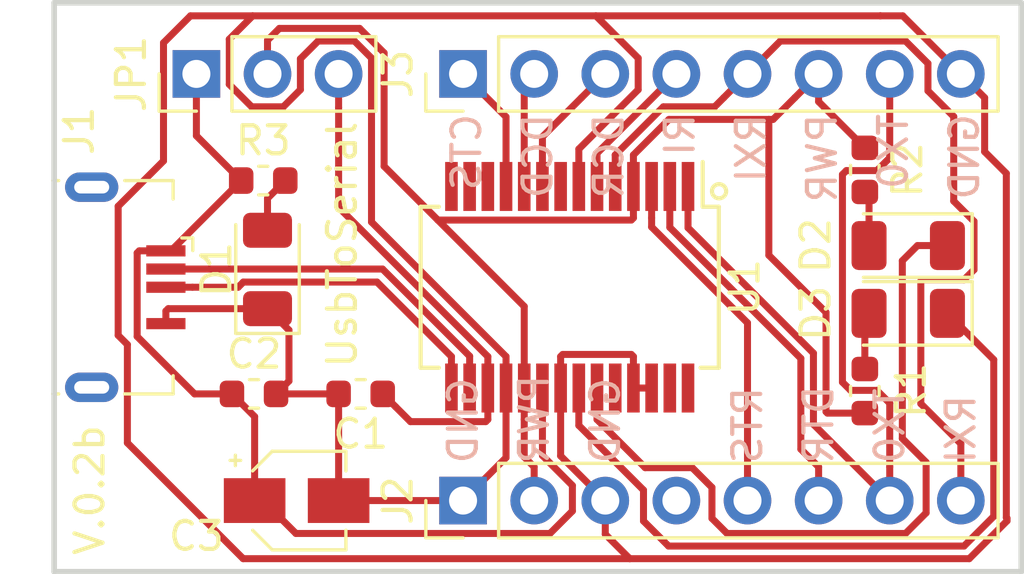
<source format=kicad_pcb>
(kicad_pcb (version 20171130) (host pcbnew "(5.0.1)-3")

  (general
    (thickness 1.6)
    (drawings 39)
    (tracks 202)
    (zones 0)
    (modules 14)
    (nets 27)
  )

  (page A4)
  (layers
    (0 F.Cu signal)
    (31 B.Cu signal)
    (32 B.Adhes user)
    (33 F.Adhes user)
    (34 B.Paste user)
    (35 F.Paste user)
    (36 B.SilkS user)
    (37 F.SilkS user)
    (38 B.Mask user)
    (39 F.Mask user)
    (40 Dwgs.User user)
    (41 Cmts.User user)
    (42 Eco1.User user hide)
    (43 Eco2.User user hide)
    (44 Edge.Cuts user)
    (45 Margin user)
    (46 B.CrtYd user)
    (47 F.CrtYd user)
    (48 B.Fab user hide)
    (49 F.Fab user hide)
  )

  (setup
    (last_trace_width 0.25)
    (trace_clearance 0.2)
    (zone_clearance 0.508)
    (zone_45_only no)
    (trace_min 0.2)
    (segment_width 0.2)
    (edge_width 0.15)
    (via_size 0.8)
    (via_drill 0.4)
    (via_min_size 0.4)
    (via_min_drill 0.3)
    (uvia_size 0.3)
    (uvia_drill 0.1)
    (uvias_allowed no)
    (uvia_min_size 0.2)
    (uvia_min_drill 0.1)
    (pcb_text_width 0.3)
    (pcb_text_size 1.5 1.5)
    (mod_edge_width 0.15)
    (mod_text_size 1 1)
    (mod_text_width 0.15)
    (pad_size 1.75 1.9)
    (pad_drill 0)
    (pad_to_mask_clearance 0.051)
    (solder_mask_min_width 0.25)
    (aux_axis_origin 0 0)
    (visible_elements 7FFFFFFF)
    (pcbplotparams
      (layerselection 0x010fc_ffffffff)
      (usegerberextensions false)
      (usegerberattributes false)
      (usegerberadvancedattributes false)
      (creategerberjobfile false)
      (excludeedgelayer true)
      (linewidth 0.100000)
      (plotframeref false)
      (viasonmask false)
      (mode 1)
      (useauxorigin false)
      (hpglpennumber 1)
      (hpglpenspeed 20)
      (hpglpendiameter 15.000000)
      (psnegative false)
      (psa4output false)
      (plotreference true)
      (plotvalue true)
      (plotinvisibletext false)
      (padsonsilk false)
      (subtractmaskfromsilk false)
      (outputformat 1)
      (mirror false)
      (drillshape 0)
      (scaleselection 1)
      (outputdirectory "Gerber/"))
  )

  (net 0 "")
  (net 1 +5V)
  (net 2 GNDREF)
  (net 3 "Net-(D2-Pad2)")
  (net 4 "Net-(D2-Pad1)")
  (net 5 "Net-(D3-Pad1)")
  (net 6 "Net-(D3-Pad2)")
  (net 7 "Net-(J1-Pad6)")
  (net 8 "Net-(J1-Pad2)")
  (net 9 "Net-(J1-Pad3)")
  (net 10 "Net-(U1-Pad12)")
  (net 11 "Net-(U1-Pad13)")
  (net 12 "Net-(U1-Pad14)")
  (net 13 "Net-(U1-Pad27)")
  (net 14 "Net-(U1-Pad28)")
  (net 15 "Net-(D1-Pad2)")
  (net 16 CTS)
  (net 17 PWR)
  (net 18 RXI)
  (net 19 DTR)
  (net 20 +3V3)
  (net 21 TX0)
  (net 22 RTS)
  (net 23 RI)
  (net 24 DCR)
  (net 25 DCD)
  (net 26 "Net-(J2-Pad4)")

  (net_class Default "This is the default net class."
    (clearance 0.2)
    (trace_width 0.25)
    (via_dia 0.8)
    (via_drill 0.4)
    (uvia_dia 0.3)
    (uvia_drill 0.1)
    (add_net +3V3)
    (add_net +5V)
    (add_net CTS)
    (add_net DCD)
    (add_net DCR)
    (add_net DTR)
    (add_net GNDREF)
    (add_net "Net-(D1-Pad2)")
    (add_net "Net-(D2-Pad1)")
    (add_net "Net-(D2-Pad2)")
    (add_net "Net-(D3-Pad1)")
    (add_net "Net-(D3-Pad2)")
    (add_net "Net-(J1-Pad2)")
    (add_net "Net-(J1-Pad3)")
    (add_net "Net-(J1-Pad6)")
    (add_net "Net-(J2-Pad4)")
    (add_net "Net-(U1-Pad12)")
    (add_net "Net-(U1-Pad13)")
    (add_net "Net-(U1-Pad14)")
    (add_net "Net-(U1-Pad27)")
    (add_net "Net-(U1-Pad28)")
    (add_net PWR)
    (add_net RI)
    (add_net RTS)
    (add_net RXI)
    (add_net TX0)
  )

  (module Connector_USB:USB_Micro-B_GCT_USB3076-30-A (layer F.Cu) (tedit 5D26EAAA) (tstamp 5D26F2D8)
    (at 80.645 80.01 270)
    (descr "GCT Micro USB https://gct.co/files/drawings/usb3076.pdf")
    (tags "Micro-USB SMD Typ-B GCT")
    (path /5D1BC55B)
    (attr smd)
    (fp_text reference J1 (at -5.588 1.651 270) (layer F.SilkS)
      (effects (font (size 1 1) (thickness 0.15)))
    )
    (fp_text value USB_B_Micro (at 0 5.2 270) (layer F.Fab)
      (effects (font (size 1 1) (thickness 0.15)))
    )
    (fp_line (start -4.6 4.45) (end 4.6 4.45) (layer F.CrtYd) (width 0.05))
    (fp_line (start 4.6 -2.65) (end 4.6 4.45) (layer F.CrtYd) (width 0.05))
    (fp_line (start -4.6 -2.65) (end 4.6 -2.65) (layer F.CrtYd) (width 0.05))
    (fp_line (start -4.6 4.45) (end -4.6 -2.65) (layer F.CrtYd) (width 0.05))
    (fp_text user "PCB Edge" (at 0 2.65 270) (layer Dwgs.User)
      (effects (font (size 0.5 0.5) (thickness 0.08)))
    )
    (fp_line (start -3.81 -1.71) (end -3.15 -1.71) (layer F.SilkS) (width 0.12))
    (fp_line (start -3.81 0.02) (end -3.81 -1.71) (layer F.SilkS) (width 0.12))
    (fp_line (start 3.81 2.59) (end 3.81 2.38) (layer F.SilkS) (width 0.12))
    (fp_line (start 3.7 3.95) (end 3.7 -1.6) (layer F.Fab) (width 0.1))
    (fp_line (start -3 2.65) (end 3 2.65) (layer F.Fab) (width 0.1))
    (fp_line (start -3.7 3.95) (end 3.7 3.95) (layer F.Fab) (width 0.1))
    (fp_line (start -3.7 -1.6) (end 3.7 -1.6) (layer F.Fab) (width 0.1))
    (fp_line (start -3.7 3.95) (end -3.7 -1.6) (layer F.Fab) (width 0.1))
    (fp_line (start -3.81 2.59) (end -3.81 2.38) (layer F.SilkS) (width 0.12))
    (fp_line (start 3.81 0.02) (end 3.81 -1.71) (layer F.SilkS) (width 0.12))
    (fp_line (start 3.81 -1.71) (end 3.16 -1.71) (layer F.SilkS) (width 0.12))
    (fp_text user %R (at 0 0.85 270) (layer F.Fab)
      (effects (font (size 1 1) (thickness 0.15)))
    )
    (fp_line (start -1.76 -2.41) (end -1.31 -2.41) (layer F.SilkS) (width 0.12))
    (fp_line (start -1.76 -2.41) (end -1.76 -2.02) (layer F.SilkS) (width 0.12))
    (fp_line (start -1.3 -1.75) (end -1.5 -1.95) (layer F.Fab) (width 0.1))
    (fp_line (start -1.1 -1.95) (end -1.3 -1.75) (layer F.Fab) (width 0.1))
    (fp_line (start -1.5 -2.16) (end -1.1 -2.16) (layer F.Fab) (width 0.1))
    (fp_line (start -1.5 -2.16) (end -1.5 -1.95) (layer F.Fab) (width 0.1))
    (fp_line (start -1.1 -2.16) (end -1.1 -1.95) (layer F.Fab) (width 0.1))
    (pad 2 smd rect (at -0.65 -1.45 270) (size 0.4 1.4) (layers F.Cu F.Paste F.Mask)
      (net 8 "Net-(J1-Pad2)"))
    (pad 1 smd rect (at -1.3 -1.45 270) (size 0.4 1.4) (layers F.Cu F.Paste F.Mask)
      (net 1 +5V))
    (pad 5 smd rect (at 1.3 -1.45 270) (size 0.4 1.4) (layers F.Cu F.Paste F.Mask)
      (net 2 GNDREF))
    (pad 3 smd rect (at 0 -1.45 270) (size 0.4 1.4) (layers F.Cu F.Paste F.Mask)
      (net 9 "Net-(J1-Pad3)"))
    (pad 6 thru_hole oval (at -3.575 1.2 90) (size 1.05 1.9) (drill oval 0.45 1.25) (layers *.Cu *.Mask)
      (net 7 "Net-(J1-Pad6)"))
    (pad 6 thru_hole oval (at 3.575 1.2 270) (size 1.05 1.9) (drill oval 0.45 1.25) (layers *.Cu *.Mask)
      (net 7 "Net-(J1-Pad6)"))
    (model ${KISYS3DMOD}/Connector_USB.3dshapes/USB_Micro-B_GCT_USB3076-30-A.wrl
      (at (xyz 0 0 0))
      (scale (xyz 1 1 1))
      (rotate (xyz 0 0 0))
    )
  )

  (module Capacitor_SMD:C_0603_1608Metric (layer F.Cu) (tedit 5B301BBE) (tstamp 5D26F243)
    (at 89.0525 83.82 180)
    (descr "Capacitor SMD 0603 (1608 Metric), square (rectangular) end terminal, IPC_7351 nominal, (Body size source: http://www.tortai-tech.com/upload/download/2011102023233369053.pdf), generated with kicad-footprint-generator")
    (tags capacitor)
    (path /5D1BD4CB)
    (attr smd)
    (fp_text reference C1 (at 0 -1.43 180) (layer F.SilkS)
      (effects (font (size 1 1) (thickness 0.15)))
    )
    (fp_text value 100nf (at 0 1.43 180) (layer F.Fab)
      (effects (font (size 1 1) (thickness 0.15)))
    )
    (fp_text user %R (at 0 0 180) (layer F.Fab)
      (effects (font (size 0.4 0.4) (thickness 0.06)))
    )
    (fp_line (start 1.48 0.73) (end -1.48 0.73) (layer F.CrtYd) (width 0.05))
    (fp_line (start 1.48 -0.73) (end 1.48 0.73) (layer F.CrtYd) (width 0.05))
    (fp_line (start -1.48 -0.73) (end 1.48 -0.73) (layer F.CrtYd) (width 0.05))
    (fp_line (start -1.48 0.73) (end -1.48 -0.73) (layer F.CrtYd) (width 0.05))
    (fp_line (start -0.162779 0.51) (end 0.162779 0.51) (layer F.SilkS) (width 0.12))
    (fp_line (start -0.162779 -0.51) (end 0.162779 -0.51) (layer F.SilkS) (width 0.12))
    (fp_line (start 0.8 0.4) (end -0.8 0.4) (layer F.Fab) (width 0.1))
    (fp_line (start 0.8 -0.4) (end 0.8 0.4) (layer F.Fab) (width 0.1))
    (fp_line (start -0.8 -0.4) (end 0.8 -0.4) (layer F.Fab) (width 0.1))
    (fp_line (start -0.8 0.4) (end -0.8 -0.4) (layer F.Fab) (width 0.1))
    (pad 2 smd roundrect (at 0.7875 0 180) (size 0.875 0.95) (layers F.Cu F.Paste F.Mask) (roundrect_rratio 0.25)
      (net 2 GNDREF))
    (pad 1 smd roundrect (at -0.7875 0 180) (size 0.875 0.95) (layers F.Cu F.Paste F.Mask) (roundrect_rratio 0.25)
      (net 20 +3V3))
    (model ${KISYS3DMOD}/Capacitor_SMD.3dshapes/C_0603_1608Metric.wrl
      (at (xyz 0 0 0))
      (scale (xyz 1 1 1))
      (rotate (xyz 0 0 0))
    )
  )

  (module Capacitor_SMD:C_0603_1608Metric (layer F.Cu) (tedit 5B301BBE) (tstamp 5D26F254)
    (at 85.2425 83.82)
    (descr "Capacitor SMD 0603 (1608 Metric), square (rectangular) end terminal, IPC_7351 nominal, (Body size source: http://www.tortai-tech.com/upload/download/2011102023233369053.pdf), generated with kicad-footprint-generator")
    (tags capacitor)
    (path /5D218603)
    (attr smd)
    (fp_text reference C2 (at 0 -1.43) (layer F.SilkS)
      (effects (font (size 1 1) (thickness 0.15)))
    )
    (fp_text value 100nF (at 0 1.43) (layer F.Fab)
      (effects (font (size 1 1) (thickness 0.15)))
    )
    (fp_line (start -0.8 0.4) (end -0.8 -0.4) (layer F.Fab) (width 0.1))
    (fp_line (start -0.8 -0.4) (end 0.8 -0.4) (layer F.Fab) (width 0.1))
    (fp_line (start 0.8 -0.4) (end 0.8 0.4) (layer F.Fab) (width 0.1))
    (fp_line (start 0.8 0.4) (end -0.8 0.4) (layer F.Fab) (width 0.1))
    (fp_line (start -0.162779 -0.51) (end 0.162779 -0.51) (layer F.SilkS) (width 0.12))
    (fp_line (start -0.162779 0.51) (end 0.162779 0.51) (layer F.SilkS) (width 0.12))
    (fp_line (start -1.48 0.73) (end -1.48 -0.73) (layer F.CrtYd) (width 0.05))
    (fp_line (start -1.48 -0.73) (end 1.48 -0.73) (layer F.CrtYd) (width 0.05))
    (fp_line (start 1.48 -0.73) (end 1.48 0.73) (layer F.CrtYd) (width 0.05))
    (fp_line (start 1.48 0.73) (end -1.48 0.73) (layer F.CrtYd) (width 0.05))
    (fp_text user %R (at 0 0) (layer F.Fab)
      (effects (font (size 0.4 0.4) (thickness 0.06)))
    )
    (pad 1 smd roundrect (at -0.7875 0) (size 0.875 0.95) (layers F.Cu F.Paste F.Mask) (roundrect_rratio 0.25)
      (net 1 +5V))
    (pad 2 smd roundrect (at 0.7875 0) (size 0.875 0.95) (layers F.Cu F.Paste F.Mask) (roundrect_rratio 0.25)
      (net 2 GNDREF))
    (model ${KISYS3DMOD}/Capacitor_SMD.3dshapes/C_0603_1608Metric.wrl
      (at (xyz 0 0 0))
      (scale (xyz 1 1 1))
      (rotate (xyz 0 0 0))
    )
  )

  (module Capacitor_SMD:CP_Elec_3x5.3 (layer F.Cu) (tedit 5D2CF0FF) (tstamp 5D26F278)
    (at 86.765 87.63)
    (descr "SMT capacitor, aluminium electrolytic, 3x5.3, Cornell Dubilier Electronics ")
    (tags "Capacitor Electrolytic")
    (path /5D21513F)
    (attr smd)
    (fp_text reference C3 (at -3.58 1.27) (layer F.SilkS)
      (effects (font (size 1 1) (thickness 0.15)))
    )
    (fp_text value 10uF (at 0 2.7) (layer F.Fab)
      (effects (font (size 1 1) (thickness 0.15)))
    )
    (fp_circle (center 0 0) (end 1.5 0) (layer F.Fab) (width 0.1))
    (fp_line (start 1.65 -1.65) (end 1.65 1.65) (layer F.Fab) (width 0.1))
    (fp_line (start -0.825 -1.65) (end 1.65 -1.65) (layer F.Fab) (width 0.1))
    (fp_line (start -0.825 1.65) (end 1.65 1.65) (layer F.Fab) (width 0.1))
    (fp_line (start -1.65 -0.825) (end -1.65 0.825) (layer F.Fab) (width 0.1))
    (fp_line (start -1.65 -0.825) (end -0.825 -1.65) (layer F.Fab) (width 0.1))
    (fp_line (start -1.65 0.825) (end -0.825 1.65) (layer F.Fab) (width 0.1))
    (fp_line (start -1.110469 -0.8) (end -0.810469 -0.8) (layer F.Fab) (width 0.1))
    (fp_line (start -0.960469 -0.95) (end -0.960469 -0.65) (layer F.Fab) (width 0.1))
    (fp_line (start 1.76 1.76) (end 1.76 1.06) (layer F.SilkS) (width 0.12))
    (fp_line (start 1.76 -1.76) (end 1.76 -1.06) (layer F.SilkS) (width 0.12))
    (fp_line (start -0.870563 -1.76) (end 1.76 -1.76) (layer F.SilkS) (width 0.12))
    (fp_line (start -0.870563 1.76) (end 1.76 1.76) (layer F.SilkS) (width 0.12))
    (fp_line (start -1.570563 -1.06) (end -0.870563 -1.76) (layer F.SilkS) (width 0.12))
    (fp_line (start -1.570563 1.06) (end -0.870563 1.76) (layer F.SilkS) (width 0.12))
    (fp_line (start -2.375 -1.435) (end -2 -1.435) (layer F.SilkS) (width 0.12))
    (fp_line (start -2.1875 -1.6225) (end -2.1875 -1.2475) (layer F.SilkS) (width 0.12))
    (fp_line (start 1.9 -1.9) (end 1.9 -1.05) (layer F.CrtYd) (width 0.05))
    (fp_line (start 1.9 -1.05) (end 2.85 -1.05) (layer F.CrtYd) (width 0.05))
    (fp_line (start 2.85 -1.05) (end 2.85 1.05) (layer F.CrtYd) (width 0.05))
    (fp_line (start 2.85 1.05) (end 1.9 1.05) (layer F.CrtYd) (width 0.05))
    (fp_line (start 1.9 1.05) (end 1.9 1.9) (layer F.CrtYd) (width 0.05))
    (fp_line (start -0.93 1.9) (end 1.9 1.9) (layer F.CrtYd) (width 0.05))
    (fp_line (start -0.93 -1.9) (end 1.9 -1.9) (layer F.CrtYd) (width 0.05))
    (fp_line (start -1.78 1.05) (end -0.93 1.9) (layer F.CrtYd) (width 0.05))
    (fp_line (start -1.78 -1.05) (end -0.93 -1.9) (layer F.CrtYd) (width 0.05))
    (fp_line (start -1.78 -1.05) (end -2.85 -1.05) (layer F.CrtYd) (width 0.05))
    (fp_line (start -2.85 -1.05) (end -2.85 1.05) (layer F.CrtYd) (width 0.05))
    (fp_line (start -2.85 1.05) (end -1.78 1.05) (layer F.CrtYd) (width 0.05))
    (fp_text user %R (at 0 0) (layer F.Fab)
      (effects (font (size 0.6 0.6) (thickness 0.09)))
    )
    (pad 1 smd rect (at -1.5 0) (size 2.2 1.6) (layers F.Cu F.Paste F.Mask)
      (net 1 +5V))
    (pad 2 smd rect (at 1.5 0) (size 2.2 1.6) (layers F.Cu F.Paste F.Mask)
      (net 2 GNDREF))
    (model ${KISYS3DMOD}/Capacitor_SMD.3dshapes/CP_Elec_3x5.3.wrl
      (at (xyz 0 0 0))
      (scale (xyz 1 1 1))
      (rotate (xyz 0 0 0))
    )
  )

  (module LED_SMD:LED_1206_3216Metric (layer F.Cu) (tedit 5D28FE30) (tstamp 5D26F28B)
    (at 85.725 79.375 90)
    (descr "LED SMD 1206 (3216 Metric), square (rectangular) end terminal, IPC_7351 nominal, (Body size source: http://www.tortai-tech.com/upload/download/2011102023233369053.pdf), generated with kicad-footprint-generator")
    (tags diode)
    (path /5D1BE218)
    (attr smd)
    (fp_text reference D1 (at 0 -1.82 90) (layer F.SilkS)
      (effects (font (size 1 1) (thickness 0.15)))
    )
    (fp_text value PWR_LED (at 0 1.82 90) (layer F.Fab)
      (effects (font (size 1 1) (thickness 0.15)))
    )
    (fp_line (start 1.6 -0.8) (end -1.2 -0.8) (layer F.Fab) (width 0.1))
    (fp_line (start -1.2 -0.8) (end -1.6 -0.4) (layer F.Fab) (width 0.1))
    (fp_line (start -1.6 -0.4) (end -1.6 0.8) (layer F.Fab) (width 0.1))
    (fp_line (start -1.6 0.8) (end 1.6 0.8) (layer F.Fab) (width 0.1))
    (fp_line (start 1.6 0.8) (end 1.6 -0.8) (layer F.Fab) (width 0.1))
    (fp_line (start 1.6 -1.135) (end -2.285 -1.135) (layer F.SilkS) (width 0.12))
    (fp_line (start -2.285 -1.135) (end -2.285 1.135) (layer F.SilkS) (width 0.12))
    (fp_line (start -2.285 1.135) (end 1.6 1.135) (layer F.SilkS) (width 0.12))
    (fp_line (start -2.28 1.12) (end -2.28 -1.12) (layer F.CrtYd) (width 0.05))
    (fp_line (start -2.28 -1.12) (end 2.28 -1.12) (layer F.CrtYd) (width 0.05))
    (fp_line (start 2.28 -1.12) (end 2.28 1.12) (layer F.CrtYd) (width 0.05))
    (fp_line (start 2.28 1.12) (end -2.28 1.12) (layer F.CrtYd) (width 0.05))
    (fp_text user %R (at 0 0 90) (layer F.Fab)
      (effects (font (size 0.8 0.8) (thickness 0.12)))
    )
    (pad 1 smd roundrect (at -1.4 0 90) (size 1.25 1.75) (layers F.Cu F.Paste F.Mask) (roundrect_rratio 0.2)
      (net 2 GNDREF))
    (pad 2 smd roundrect (at 1.4 0 90) (size 1.25 1.75) (layers F.Cu F.Paste F.Mask) (roundrect_rratio 0.2)
      (net 15 "Net-(D1-Pad2)"))
    (model ${KISYS3DMOD}/LED_SMD.3dshapes/LED_1206_3216Metric.wrl
      (at (xyz 0 0 0))
      (scale (xyz 1 1 1))
      (rotate (xyz 0 0 0))
    )
  )

  (module LED_SMD:LED_1206_3216Metric (layer F.Cu) (tedit 5B301BBE) (tstamp 5D26F29E)
    (at 108.611 78.520993 180)
    (descr "LED SMD 1206 (3216 Metric), square (rectangular) end terminal, IPC_7351 nominal, (Body size source: http://www.tortai-tech.com/upload/download/2011102023233369053.pdf), generated with kicad-footprint-generator")
    (tags diode)
    (path /5D1CD1E4)
    (attr smd)
    (fp_text reference D2 (at 3.305 0 270) (layer F.SilkS)
      (effects (font (size 1 1) (thickness 0.15)))
    )
    (fp_text value TX_LED (at 0 1.82 180) (layer F.Fab)
      (effects (font (size 1 1) (thickness 0.15)))
    )
    (fp_text user %R (at 0 0 180) (layer F.Fab)
      (effects (font (size 0.8 0.8) (thickness 0.12)))
    )
    (fp_line (start 2.28 1.12) (end -2.28 1.12) (layer F.CrtYd) (width 0.05))
    (fp_line (start 2.28 -1.12) (end 2.28 1.12) (layer F.CrtYd) (width 0.05))
    (fp_line (start -2.28 -1.12) (end 2.28 -1.12) (layer F.CrtYd) (width 0.05))
    (fp_line (start -2.28 1.12) (end -2.28 -1.12) (layer F.CrtYd) (width 0.05))
    (fp_line (start -2.285 1.135) (end 1.6 1.135) (layer F.SilkS) (width 0.12))
    (fp_line (start -2.285 -1.135) (end -2.285 1.135) (layer F.SilkS) (width 0.12))
    (fp_line (start 1.6 -1.135) (end -2.285 -1.135) (layer F.SilkS) (width 0.12))
    (fp_line (start 1.6 0.8) (end 1.6 -0.8) (layer F.Fab) (width 0.1))
    (fp_line (start -1.6 0.8) (end 1.6 0.8) (layer F.Fab) (width 0.1))
    (fp_line (start -1.6 -0.4) (end -1.6 0.8) (layer F.Fab) (width 0.1))
    (fp_line (start -1.2 -0.8) (end -1.6 -0.4) (layer F.Fab) (width 0.1))
    (fp_line (start 1.6 -0.8) (end -1.2 -0.8) (layer F.Fab) (width 0.1))
    (pad 2 smd roundrect (at 1.4 0 180) (size 1.25 1.75) (layers F.Cu F.Paste F.Mask) (roundrect_rratio 0.2)
      (net 3 "Net-(D2-Pad2)"))
    (pad 1 smd roundrect (at -1.4 0 180) (size 1.25 1.75) (layers F.Cu F.Paste F.Mask) (roundrect_rratio 0.2)
      (net 4 "Net-(D2-Pad1)"))
    (model ${KISYS3DMOD}/LED_SMD.3dshapes/LED_1206_3216Metric.wrl
      (at (xyz 0 0 0))
      (scale (xyz 1 1 1))
      (rotate (xyz 0 0 0))
    )
  )

  (module LED_SMD:LED_1206_3216Metric (layer F.Cu) (tedit 5B301BBE) (tstamp 5D26F2B1)
    (at 108.611 80.943486 180)
    (descr "LED SMD 1206 (3216 Metric), square (rectangular) end terminal, IPC_7351 nominal, (Body size source: http://www.tortai-tech.com/upload/download/2011102023233369053.pdf), generated with kicad-footprint-generator")
    (tags diode)
    (path /5D1CD2B1)
    (attr smd)
    (fp_text reference D3 (at 3.305 0 270) (layer F.SilkS)
      (effects (font (size 1 1) (thickness 0.15)))
    )
    (fp_text value RX_LED (at 0 1.82 180) (layer F.Fab)
      (effects (font (size 1 1) (thickness 0.15)))
    )
    (fp_line (start 1.6 -0.8) (end -1.2 -0.8) (layer F.Fab) (width 0.1))
    (fp_line (start -1.2 -0.8) (end -1.6 -0.4) (layer F.Fab) (width 0.1))
    (fp_line (start -1.6 -0.4) (end -1.6 0.8) (layer F.Fab) (width 0.1))
    (fp_line (start -1.6 0.8) (end 1.6 0.8) (layer F.Fab) (width 0.1))
    (fp_line (start 1.6 0.8) (end 1.6 -0.8) (layer F.Fab) (width 0.1))
    (fp_line (start 1.6 -1.135) (end -2.285 -1.135) (layer F.SilkS) (width 0.12))
    (fp_line (start -2.285 -1.135) (end -2.285 1.135) (layer F.SilkS) (width 0.12))
    (fp_line (start -2.285 1.135) (end 1.6 1.135) (layer F.SilkS) (width 0.12))
    (fp_line (start -2.28 1.12) (end -2.28 -1.12) (layer F.CrtYd) (width 0.05))
    (fp_line (start -2.28 -1.12) (end 2.28 -1.12) (layer F.CrtYd) (width 0.05))
    (fp_line (start 2.28 -1.12) (end 2.28 1.12) (layer F.CrtYd) (width 0.05))
    (fp_line (start 2.28 1.12) (end -2.28 1.12) (layer F.CrtYd) (width 0.05))
    (fp_text user %R (at 0 0 180) (layer F.Fab)
      (effects (font (size 0.8 0.8) (thickness 0.12)))
    )
    (pad 1 smd roundrect (at -1.4 0 180) (size 1.25 1.75) (layers F.Cu F.Paste F.Mask) (roundrect_rratio 0.2)
      (net 5 "Net-(D3-Pad1)"))
    (pad 2 smd roundrect (at 1.4 0 180) (size 1.25 1.75) (layers F.Cu F.Paste F.Mask) (roundrect_rratio 0.2)
      (net 6 "Net-(D3-Pad2)"))
    (model ${KISYS3DMOD}/LED_SMD.3dshapes/LED_1206_3216Metric.wrl
      (at (xyz 0 0 0))
      (scale (xyz 1 1 1))
      (rotate (xyz 0 0 0))
    )
  )

  (module Connector_PinHeader_2.54mm:PinHeader_1x03_P2.54mm_Vertical (layer F.Cu) (tedit 59FED5CC) (tstamp 5D26F321)
    (at 83.185 72.39 90)
    (descr "Through hole straight pin header, 1x03, 2.54mm pitch, single row")
    (tags "Through hole pin header THT 1x03 2.54mm single row")
    (path /5D1BFD16)
    (fp_text reference JP1 (at 0 -2.33 90) (layer F.SilkS)
      (effects (font (size 1 1) (thickness 0.15)))
    )
    (fp_text value PowerSelect (at -2.54 2.54 180) (layer F.Fab)
      (effects (font (size 1 1) (thickness 0.15)))
    )
    (fp_line (start -0.635 -1.27) (end 1.27 -1.27) (layer F.Fab) (width 0.1))
    (fp_line (start 1.27 -1.27) (end 1.27 6.35) (layer F.Fab) (width 0.1))
    (fp_line (start 1.27 6.35) (end -1.27 6.35) (layer F.Fab) (width 0.1))
    (fp_line (start -1.27 6.35) (end -1.27 -0.635) (layer F.Fab) (width 0.1))
    (fp_line (start -1.27 -0.635) (end -0.635 -1.27) (layer F.Fab) (width 0.1))
    (fp_line (start -1.33 6.41) (end 1.33 6.41) (layer F.SilkS) (width 0.12))
    (fp_line (start -1.33 1.27) (end -1.33 6.41) (layer F.SilkS) (width 0.12))
    (fp_line (start 1.33 1.27) (end 1.33 6.41) (layer F.SilkS) (width 0.12))
    (fp_line (start -1.33 1.27) (end 1.33 1.27) (layer F.SilkS) (width 0.12))
    (fp_line (start -1.33 0) (end -1.33 -1.33) (layer F.SilkS) (width 0.12))
    (fp_line (start -1.33 -1.33) (end 0 -1.33) (layer F.SilkS) (width 0.12))
    (fp_line (start -1.8 -1.8) (end -1.8 6.85) (layer F.CrtYd) (width 0.05))
    (fp_line (start -1.8 6.85) (end 1.8 6.85) (layer F.CrtYd) (width 0.05))
    (fp_line (start 1.8 6.85) (end 1.8 -1.8) (layer F.CrtYd) (width 0.05))
    (fp_line (start 1.8 -1.8) (end -1.8 -1.8) (layer F.CrtYd) (width 0.05))
    (fp_text user %R (at 0 2.54 180) (layer F.Fab)
      (effects (font (size 1 1) (thickness 0.15)))
    )
    (pad 1 thru_hole rect (at 0 0 90) (size 1.7 1.7) (drill 1) (layers *.Cu *.Mask)
      (net 1 +5V))
    (pad 2 thru_hole oval (at 0 2.54 90) (size 1.7 1.7) (drill 1) (layers *.Cu *.Mask)
      (net 17 PWR))
    (pad 3 thru_hole oval (at 0 5.08 90) (size 1.7 1.7) (drill 1) (layers *.Cu *.Mask)
      (net 20 +3V3))
    (model ${KISYS3DMOD}/Connector_PinHeader_2.54mm.3dshapes/PinHeader_1x03_P2.54mm_Vertical.wrl
      (at (xyz 0 0 0))
      (scale (xyz 1 1 1))
      (rotate (xyz 0 0 0))
    )
  )

  (module Resistor_SMD:R_0603_1608Metric (layer F.Cu) (tedit 5B301BBD) (tstamp 5D26F332)
    (at 107.061 83.7185 270)
    (descr "Resistor SMD 0603 (1608 Metric), square (rectangular) end terminal, IPC_7351 nominal, (Body size source: http://www.tortai-tech.com/upload/download/2011102023233369053.pdf), generated with kicad-footprint-generator")
    (tags resistor)
    (path /5D1D04C6)
    (attr smd)
    (fp_text reference R1 (at -0.0255 -1.651 270) (layer F.SilkS)
      (effects (font (size 1 1) (thickness 0.15)))
    )
    (fp_text value RX_R (at 0 1.43 270) (layer F.Fab)
      (effects (font (size 1 1) (thickness 0.15)))
    )
    (fp_line (start -0.8 0.4) (end -0.8 -0.4) (layer F.Fab) (width 0.1))
    (fp_line (start -0.8 -0.4) (end 0.8 -0.4) (layer F.Fab) (width 0.1))
    (fp_line (start 0.8 -0.4) (end 0.8 0.4) (layer F.Fab) (width 0.1))
    (fp_line (start 0.8 0.4) (end -0.8 0.4) (layer F.Fab) (width 0.1))
    (fp_line (start -0.162779 -0.51) (end 0.162779 -0.51) (layer F.SilkS) (width 0.12))
    (fp_line (start -0.162779 0.51) (end 0.162779 0.51) (layer F.SilkS) (width 0.12))
    (fp_line (start -1.48 0.73) (end -1.48 -0.73) (layer F.CrtYd) (width 0.05))
    (fp_line (start -1.48 -0.73) (end 1.48 -0.73) (layer F.CrtYd) (width 0.05))
    (fp_line (start 1.48 -0.73) (end 1.48 0.73) (layer F.CrtYd) (width 0.05))
    (fp_line (start 1.48 0.73) (end -1.48 0.73) (layer F.CrtYd) (width 0.05))
    (fp_text user %R (at 0 0 270) (layer F.Fab)
      (effects (font (size 0.4 0.4) (thickness 0.06)))
    )
    (pad 1 smd roundrect (at -0.7875 0 270) (size 0.875 0.95) (layers F.Cu F.Paste F.Mask) (roundrect_rratio 0.25)
      (net 6 "Net-(D3-Pad2)"))
    (pad 2 smd roundrect (at 0.7875 0 270) (size 0.875 0.95) (layers F.Cu F.Paste F.Mask) (roundrect_rratio 0.25)
      (net 17 PWR))
    (model ${KISYS3DMOD}/Resistor_SMD.3dshapes/R_0603_1608Metric.wrl
      (at (xyz 0 0 0))
      (scale (xyz 1 1 1))
      (rotate (xyz 0 0 0))
    )
  )

  (module Resistor_SMD:R_0603_1608Metric (layer F.Cu) (tedit 5B301BBD) (tstamp 5D26F343)
    (at 107.061 75.819 90)
    (descr "Resistor SMD 0603 (1608 Metric), square (rectangular) end terminal, IPC_7351 nominal, (Body size source: http://www.tortai-tech.com/upload/download/2011102023233369053.pdf), generated with kicad-footprint-generator")
    (tags resistor)
    (path /5D1D051F)
    (attr smd)
    (fp_text reference R2 (at 0 1.524 90) (layer F.SilkS)
      (effects (font (size 1 1) (thickness 0.15)))
    )
    (fp_text value TX_R (at 0 1.43 90) (layer F.Fab)
      (effects (font (size 1 1) (thickness 0.15)))
    )
    (fp_text user %R (at 0 0 90) (layer F.Fab)
      (effects (font (size 0.4 0.4) (thickness 0.06)))
    )
    (fp_line (start 1.48 0.73) (end -1.48 0.73) (layer F.CrtYd) (width 0.05))
    (fp_line (start 1.48 -0.73) (end 1.48 0.73) (layer F.CrtYd) (width 0.05))
    (fp_line (start -1.48 -0.73) (end 1.48 -0.73) (layer F.CrtYd) (width 0.05))
    (fp_line (start -1.48 0.73) (end -1.48 -0.73) (layer F.CrtYd) (width 0.05))
    (fp_line (start -0.162779 0.51) (end 0.162779 0.51) (layer F.SilkS) (width 0.12))
    (fp_line (start -0.162779 -0.51) (end 0.162779 -0.51) (layer F.SilkS) (width 0.12))
    (fp_line (start 0.8 0.4) (end -0.8 0.4) (layer F.Fab) (width 0.1))
    (fp_line (start 0.8 -0.4) (end 0.8 0.4) (layer F.Fab) (width 0.1))
    (fp_line (start -0.8 -0.4) (end 0.8 -0.4) (layer F.Fab) (width 0.1))
    (fp_line (start -0.8 0.4) (end -0.8 -0.4) (layer F.Fab) (width 0.1))
    (pad 2 smd roundrect (at 0.7875 0 90) (size 0.875 0.95) (layers F.Cu F.Paste F.Mask) (roundrect_rratio 0.25)
      (net 17 PWR))
    (pad 1 smd roundrect (at -0.7875 0 90) (size 0.875 0.95) (layers F.Cu F.Paste F.Mask) (roundrect_rratio 0.25)
      (net 3 "Net-(D2-Pad2)"))
    (model ${KISYS3DMOD}/Resistor_SMD.3dshapes/R_0603_1608Metric.wrl
      (at (xyz 0 0 0))
      (scale (xyz 1 1 1))
      (rotate (xyz 0 0 0))
    )
  )

  (module Resistor_SMD:R_0603_1608Metric (layer F.Cu) (tedit 5B301BBD) (tstamp 5D26F354)
    (at 85.5725 76.2)
    (descr "Resistor SMD 0603 (1608 Metric), square (rectangular) end terminal, IPC_7351 nominal, (Body size source: http://www.tortai-tech.com/upload/download/2011102023233369053.pdf), generated with kicad-footprint-generator")
    (tags resistor)
    (path /5D1E397F)
    (attr smd)
    (fp_text reference R3 (at 0 -1.43) (layer F.SilkS)
      (effects (font (size 1 1) (thickness 0.15)))
    )
    (fp_text value R_Small (at 0 1.43) (layer F.Fab)
      (effects (font (size 1 1) (thickness 0.15)))
    )
    (fp_line (start -0.8 0.4) (end -0.8 -0.4) (layer F.Fab) (width 0.1))
    (fp_line (start -0.8 -0.4) (end 0.8 -0.4) (layer F.Fab) (width 0.1))
    (fp_line (start 0.8 -0.4) (end 0.8 0.4) (layer F.Fab) (width 0.1))
    (fp_line (start 0.8 0.4) (end -0.8 0.4) (layer F.Fab) (width 0.1))
    (fp_line (start -0.162779 -0.51) (end 0.162779 -0.51) (layer F.SilkS) (width 0.12))
    (fp_line (start -0.162779 0.51) (end 0.162779 0.51) (layer F.SilkS) (width 0.12))
    (fp_line (start -1.48 0.73) (end -1.48 -0.73) (layer F.CrtYd) (width 0.05))
    (fp_line (start -1.48 -0.73) (end 1.48 -0.73) (layer F.CrtYd) (width 0.05))
    (fp_line (start 1.48 -0.73) (end 1.48 0.73) (layer F.CrtYd) (width 0.05))
    (fp_line (start 1.48 0.73) (end -1.48 0.73) (layer F.CrtYd) (width 0.05))
    (fp_text user %R (at 0 0) (layer F.Fab)
      (effects (font (size 0.4 0.4) (thickness 0.06)))
    )
    (pad 1 smd roundrect (at -0.7875 0) (size 0.875 0.95) (layers F.Cu F.Paste F.Mask) (roundrect_rratio 0.25)
      (net 1 +5V))
    (pad 2 smd roundrect (at 0.7875 0) (size 0.875 0.95) (layers F.Cu F.Paste F.Mask) (roundrect_rratio 0.25)
      (net 15 "Net-(D1-Pad2)"))
    (model ${KISYS3DMOD}/Resistor_SMD.3dshapes/R_0603_1608Metric.wrl
      (at (xyz 0 0 0))
      (scale (xyz 1 1 1))
      (rotate (xyz 0 0 0))
    )
  )

  (module Package_SO:SSOP-28_5.3x10.2mm_P0.65mm (layer F.Cu) (tedit 5A02F25C) (tstamp 5D26F385)
    (at 96.52 80.01 270)
    (descr "28-Lead Plastic Shrink Small Outline (SS)-5.30 mm Body [SSOP] (see Microchip Packaging Specification 00000049BS.pdf)")
    (tags "SSOP 0.65")
    (path /5D1B87B5)
    (attr smd)
    (fp_text reference U1 (at 0 -6.25 270) (layer F.SilkS)
      (effects (font (size 1 1) (thickness 0.15)))
    )
    (fp_text value FT232RL (at 0 6.25 270) (layer F.Fab)
      (effects (font (size 1 1) (thickness 0.15)))
    )
    (fp_line (start -1.65 -5.1) (end 2.65 -5.1) (layer F.Fab) (width 0.15))
    (fp_line (start 2.65 -5.1) (end 2.65 5.1) (layer F.Fab) (width 0.15))
    (fp_line (start 2.65 5.1) (end -2.65 5.1) (layer F.Fab) (width 0.15))
    (fp_line (start -2.65 5.1) (end -2.65 -4.1) (layer F.Fab) (width 0.15))
    (fp_line (start -2.65 -4.1) (end -1.65 -5.1) (layer F.Fab) (width 0.15))
    (fp_line (start -4.75 -5.5) (end -4.75 5.5) (layer F.CrtYd) (width 0.05))
    (fp_line (start 4.75 -5.5) (end 4.75 5.5) (layer F.CrtYd) (width 0.05))
    (fp_line (start -4.75 -5.5) (end 4.75 -5.5) (layer F.CrtYd) (width 0.05))
    (fp_line (start -4.75 5.5) (end 4.75 5.5) (layer F.CrtYd) (width 0.05))
    (fp_line (start -2.875 -5.325) (end -2.875 -4.75) (layer F.SilkS) (width 0.15))
    (fp_line (start 2.875 -5.325) (end 2.875 -4.675) (layer F.SilkS) (width 0.15))
    (fp_line (start 2.875 5.325) (end 2.875 4.675) (layer F.SilkS) (width 0.15))
    (fp_line (start -2.875 5.325) (end -2.875 4.675) (layer F.SilkS) (width 0.15))
    (fp_line (start -2.875 -5.325) (end 2.875 -5.325) (layer F.SilkS) (width 0.15))
    (fp_line (start -2.875 5.325) (end 2.875 5.325) (layer F.SilkS) (width 0.15))
    (fp_line (start -2.875 -4.75) (end -4.475 -4.75) (layer F.SilkS) (width 0.15))
    (fp_text user %R (at 0 0 270) (layer F.Fab)
      (effects (font (size 0.8 0.8) (thickness 0.15)))
    )
    (pad 1 smd rect (at -3.6 -4.225 270) (size 1.75 0.45) (layers F.Cu F.Paste F.Mask)
      (net 21 TX0))
    (pad 2 smd rect (at -3.6 -3.575 270) (size 1.75 0.45) (layers F.Cu F.Paste F.Mask)
      (net 19 DTR))
    (pad 3 smd rect (at -3.6 -2.925 270) (size 1.75 0.45) (layers F.Cu F.Paste F.Mask)
      (net 22 RTS))
    (pad 4 smd rect (at -3.6 -2.275 270) (size 1.75 0.45) (layers F.Cu F.Paste F.Mask)
      (net 17 PWR))
    (pad 5 smd rect (at -3.6 -1.625 270) (size 1.75 0.45) (layers F.Cu F.Paste F.Mask)
      (net 18 RXI))
    (pad 6 smd rect (at -3.6 -0.975 270) (size 1.75 0.45) (layers F.Cu F.Paste F.Mask)
      (net 23 RI))
    (pad 7 smd rect (at -3.6 -0.325 270) (size 1.75 0.45) (layers F.Cu F.Paste F.Mask)
      (net 2 GNDREF))
    (pad 8 smd rect (at -3.6 0.325 270) (size 1.75 0.45) (layers F.Cu F.Paste F.Mask))
    (pad 9 smd rect (at -3.6 0.975 270) (size 1.75 0.45) (layers F.Cu F.Paste F.Mask)
      (net 24 DCR))
    (pad 10 smd rect (at -3.6 1.625 270) (size 1.75 0.45) (layers F.Cu F.Paste F.Mask)
      (net 25 DCD))
    (pad 11 smd rect (at -3.6 2.275 270) (size 1.75 0.45) (layers F.Cu F.Paste F.Mask)
      (net 16 CTS))
    (pad 12 smd rect (at -3.6 2.925 270) (size 1.75 0.45) (layers F.Cu F.Paste F.Mask)
      (net 10 "Net-(U1-Pad12)"))
    (pad 13 smd rect (at -3.6 3.575 270) (size 1.75 0.45) (layers F.Cu F.Paste F.Mask)
      (net 11 "Net-(U1-Pad13)"))
    (pad 14 smd rect (at -3.6 4.225 270) (size 1.75 0.45) (layers F.Cu F.Paste F.Mask)
      (net 12 "Net-(U1-Pad14)"))
    (pad 15 smd rect (at 3.6 4.225 270) (size 1.75 0.45) (layers F.Cu F.Paste F.Mask)
      (net 9 "Net-(J1-Pad3)"))
    (pad 16 smd rect (at 3.6 3.575 270) (size 1.75 0.45) (layers F.Cu F.Paste F.Mask)
      (net 8 "Net-(J1-Pad2)"))
    (pad 17 smd rect (at 3.6 2.925 270) (size 1.75 0.45) (layers F.Cu F.Paste F.Mask)
      (net 20 +3V3))
    (pad 18 smd rect (at 3.6 2.275 270) (size 1.75 0.45) (layers F.Cu F.Paste F.Mask)
      (net 2 GNDREF))
    (pad 19 smd rect (at 3.6 1.625 270) (size 1.75 0.45) (layers F.Cu F.Paste F.Mask)
      (net 17 PWR))
    (pad 20 smd rect (at 3.6 0.975 270) (size 1.75 0.45) (layers F.Cu F.Paste F.Mask)
      (net 1 +5V))
    (pad 21 smd rect (at 3.6 0.325 270) (size 1.75 0.45) (layers F.Cu F.Paste F.Mask)
      (net 2 GNDREF))
    (pad 22 smd rect (at 3.6 -0.325 270) (size 1.75 0.45) (layers F.Cu F.Paste F.Mask)
      (net 5 "Net-(D3-Pad1)"))
    (pad 23 smd rect (at 3.6 -0.975 270) (size 1.75 0.45) (layers F.Cu F.Paste F.Mask)
      (net 4 "Net-(D2-Pad1)"))
    (pad 24 smd rect (at 3.6 -1.625 270) (size 1.75 0.45) (layers F.Cu F.Paste F.Mask))
    (pad 25 smd rect (at 3.6 -2.275 270) (size 1.75 0.45) (layers F.Cu F.Paste F.Mask)
      (net 2 GNDREF))
    (pad 26 smd rect (at 3.6 -2.925 270) (size 1.75 0.45) (layers F.Cu F.Paste F.Mask)
      (net 2 GNDREF))
    (pad 27 smd rect (at 3.6 -3.575 270) (size 1.75 0.45) (layers F.Cu F.Paste F.Mask)
      (net 13 "Net-(U1-Pad27)"))
    (pad 28 smd rect (at 3.6 -4.225 270) (size 1.75 0.45) (layers F.Cu F.Paste F.Mask)
      (net 14 "Net-(U1-Pad28)"))
    (model ${KISYS3DMOD}/Package_SO.3dshapes/SSOP-28_5.3x10.2mm_P0.65mm.wrl
      (at (xyz 0 0 0))
      (scale (xyz 1 1 1))
      (rotate (xyz 0 0 0))
    )
  )

  (module Connector_PinHeader_2.54mm:PinHeader_1x08_P2.54mm_Vertical locked (layer F.Cu) (tedit 59FED5CC) (tstamp 5D3C2AF6)
    (at 92.71 87.63 90)
    (descr "Through hole straight pin header, 1x08, 2.54mm pitch, single row")
    (tags "Through hole pin header THT 1x08 2.54mm single row")
    (path /5D28816E)
    (fp_text reference J2 (at 0 -2.33 90) (layer F.SilkS)
      (effects (font (size 1 1) (thickness 0.15)))
    )
    (fp_text value Conn_01x08_Male (at 0 20.11 90) (layer F.Fab)
      (effects (font (size 1 1) (thickness 0.15)))
    )
    (fp_text user %R (at 0 8.89 180) (layer F.Fab)
      (effects (font (size 1 1) (thickness 0.15)))
    )
    (fp_line (start 1.8 -1.8) (end -1.8 -1.8) (layer F.CrtYd) (width 0.05))
    (fp_line (start 1.8 19.55) (end 1.8 -1.8) (layer F.CrtYd) (width 0.05))
    (fp_line (start -1.8 19.55) (end 1.8 19.55) (layer F.CrtYd) (width 0.05))
    (fp_line (start -1.8 -1.8) (end -1.8 19.55) (layer F.CrtYd) (width 0.05))
    (fp_line (start -1.33 -1.33) (end 0 -1.33) (layer F.SilkS) (width 0.12))
    (fp_line (start -1.33 0) (end -1.33 -1.33) (layer F.SilkS) (width 0.12))
    (fp_line (start -1.33 1.27) (end 1.33 1.27) (layer F.SilkS) (width 0.12))
    (fp_line (start 1.33 1.27) (end 1.33 19.11) (layer F.SilkS) (width 0.12))
    (fp_line (start -1.33 1.27) (end -1.33 19.11) (layer F.SilkS) (width 0.12))
    (fp_line (start -1.33 19.11) (end 1.33 19.11) (layer F.SilkS) (width 0.12))
    (fp_line (start -1.27 -0.635) (end -0.635 -1.27) (layer F.Fab) (width 0.1))
    (fp_line (start -1.27 19.05) (end -1.27 -0.635) (layer F.Fab) (width 0.1))
    (fp_line (start 1.27 19.05) (end -1.27 19.05) (layer F.Fab) (width 0.1))
    (fp_line (start 1.27 -1.27) (end 1.27 19.05) (layer F.Fab) (width 0.1))
    (fp_line (start -0.635 -1.27) (end 1.27 -1.27) (layer F.Fab) (width 0.1))
    (pad 8 thru_hole oval (at 0 17.78 90) (size 1.7 1.7) (drill 1) (layers *.Cu *.Mask)
      (net 18 RXI))
    (pad 7 thru_hole oval (at 0 15.24 90) (size 1.7 1.7) (drill 1) (layers *.Cu *.Mask)
      (net 21 TX0))
    (pad 6 thru_hole oval (at 0 12.7 90) (size 1.7 1.7) (drill 1) (layers *.Cu *.Mask)
      (net 19 DTR))
    (pad 5 thru_hole oval (at 0 10.16 90) (size 1.7 1.7) (drill 1) (layers *.Cu *.Mask)
      (net 22 RTS))
    (pad 4 thru_hole oval (at 0 7.62 90) (size 1.7 1.7) (drill 1) (layers *.Cu *.Mask)
      (net 26 "Net-(J2-Pad4)"))
    (pad 3 thru_hole oval (at 0 5.08 90) (size 1.7 1.7) (drill 1) (layers *.Cu *.Mask)
      (net 2 GNDREF))
    (pad 2 thru_hole oval (at 0 2.54 90) (size 1.7 1.7) (drill 1) (layers *.Cu *.Mask)
      (net 17 PWR))
    (pad 1 thru_hole rect (at 0 0 90) (size 1.7 1.7) (drill 1) (layers *.Cu *.Mask)
      (net 2 GNDREF))
    (model ${KISYS3DMOD}/Connector_PinHeader_2.54mm.3dshapes/PinHeader_1x08_P2.54mm_Vertical.wrl
      (at (xyz 0 0 0))
      (scale (xyz 1 1 1))
      (rotate (xyz 0 0 0))
    )
  )

  (module Connector_PinHeader_2.54mm:PinHeader_1x08_P2.54mm_Vertical locked (layer F.Cu) (tedit 59FED5CC) (tstamp 5D3C2B12)
    (at 92.71 72.39 90)
    (descr "Through hole straight pin header, 1x08, 2.54mm pitch, single row")
    (tags "Through hole pin header THT 1x08 2.54mm single row")
    (path /5D288061)
    (fp_text reference J3 (at 0 -2.33 90) (layer F.SilkS)
      (effects (font (size 1 1) (thickness 0.15)))
    )
    (fp_text value Conn_01x08_Male (at 0 20.11 90) (layer F.Fab)
      (effects (font (size 1 1) (thickness 0.15)))
    )
    (fp_line (start -0.635 -1.27) (end 1.27 -1.27) (layer F.Fab) (width 0.1))
    (fp_line (start 1.27 -1.27) (end 1.27 19.05) (layer F.Fab) (width 0.1))
    (fp_line (start 1.27 19.05) (end -1.27 19.05) (layer F.Fab) (width 0.1))
    (fp_line (start -1.27 19.05) (end -1.27 -0.635) (layer F.Fab) (width 0.1))
    (fp_line (start -1.27 -0.635) (end -0.635 -1.27) (layer F.Fab) (width 0.1))
    (fp_line (start -1.33 19.11) (end 1.33 19.11) (layer F.SilkS) (width 0.12))
    (fp_line (start -1.33 1.27) (end -1.33 19.11) (layer F.SilkS) (width 0.12))
    (fp_line (start 1.33 1.27) (end 1.33 19.11) (layer F.SilkS) (width 0.12))
    (fp_line (start -1.33 1.27) (end 1.33 1.27) (layer F.SilkS) (width 0.12))
    (fp_line (start -1.33 0) (end -1.33 -1.33) (layer F.SilkS) (width 0.12))
    (fp_line (start -1.33 -1.33) (end 0 -1.33) (layer F.SilkS) (width 0.12))
    (fp_line (start -1.8 -1.8) (end -1.8 19.55) (layer F.CrtYd) (width 0.05))
    (fp_line (start -1.8 19.55) (end 1.8 19.55) (layer F.CrtYd) (width 0.05))
    (fp_line (start 1.8 19.55) (end 1.8 -1.8) (layer F.CrtYd) (width 0.05))
    (fp_line (start 1.8 -1.8) (end -1.8 -1.8) (layer F.CrtYd) (width 0.05))
    (fp_text user %R (at 0 8.89 180) (layer F.Fab)
      (effects (font (size 1 1) (thickness 0.15)))
    )
    (pad 1 thru_hole rect (at 0 0 90) (size 1.7 1.7) (drill 1) (layers *.Cu *.Mask)
      (net 16 CTS))
    (pad 2 thru_hole oval (at 0 2.54 90) (size 1.7 1.7) (drill 1) (layers *.Cu *.Mask)
      (net 25 DCD))
    (pad 3 thru_hole oval (at 0 5.08 90) (size 1.7 1.7) (drill 1) (layers *.Cu *.Mask)
      (net 24 DCR))
    (pad 4 thru_hole oval (at 0 7.62 90) (size 1.7 1.7) (drill 1) (layers *.Cu *.Mask)
      (net 23 RI))
    (pad 5 thru_hole oval (at 0 10.16 90) (size 1.7 1.7) (drill 1) (layers *.Cu *.Mask)
      (net 18 RXI))
    (pad 6 thru_hole oval (at 0 12.7 90) (size 1.7 1.7) (drill 1) (layers *.Cu *.Mask)
      (net 17 PWR))
    (pad 7 thru_hole oval (at 0 15.24 90) (size 1.7 1.7) (drill 1) (layers *.Cu *.Mask)
      (net 21 TX0))
    (pad 8 thru_hole oval (at 0 17.78 90) (size 1.7 1.7) (drill 1) (layers *.Cu *.Mask)
      (net 2 GNDREF))
    (model ${KISYS3DMOD}/Connector_PinHeader_2.54mm.3dshapes/PinHeader_1x08_P2.54mm_Vertical.wrl
      (at (xyz 0 0 0))
      (scale (xyz 1 1 1))
      (rotate (xyz 0 0 0))
    )
  )

  (gr_circle (center 92.71 87.63) (end 93.345 87.122) (layer Eco1.User) (width 0.2))
  (gr_text GND (at 110.617 75.350667 90) (layer B.SilkS)
    (effects (font (size 1 1) (thickness 0.15)) (justify mirror))
  )
  (gr_text PWR (at 105.537 75.398286 90) (layer B.SilkS)
    (effects (font (size 1 1) (thickness 0.15)) (justify mirror))
  )
  (gr_text TX0 (at 108.077 75.160191 90) (layer B.SilkS)
    (effects (font (size 1 1) (thickness 0.15)) (justify mirror))
  )
  (gr_text RXI (at 110.49 85.082048 90) (layer B.SilkS)
    (effects (font (size 1 1) (thickness 0.15)) (justify mirror))
  )
  (gr_circle (center 107.95 87.63) (end 108.712 87.376) (layer Eco1.User) (width 0.2))
  (gr_circle (center 110.49 87.63) (end 111.252 87.63) (layer Eco1.User) (width 0.2))
  (gr_circle (center 105.41 87.63) (end 106.172 87.376) (layer Eco1.User) (width 0.2))
  (gr_circle (center 102.87 87.63) (end 103.632 87.376) (layer Eco1.User) (width 0.2))
  (gr_circle (center 100.33 87.63) (end 101.092 87.63) (layer Eco1.User) (width 0.2))
  (gr_circle (center 97.79 87.63) (end 98.552 87.376) (layer Eco1.User) (width 0.2))
  (gr_circle (center 95.25 87.63) (end 96.012 87.376) (layer Eco1.User) (width 0.2))
  (gr_circle (center 92.71 72.39) (end 93.472 72.39) (layer Eco1.User) (width 0.2))
  (gr_circle (center 95.25 72.39) (end 96.012 72.136) (layer Eco1.User) (width 0.2))
  (gr_circle (center 97.79 72.39) (end 98.552 72.136) (layer Eco1.User) (width 0.2))
  (gr_circle (center 100.33 72.39) (end 101.092 72.136) (layer Eco1.User) (width 0.2))
  (gr_circle (center 102.87 72.39) (end 103.632 72.136) (layer Eco1.User) (width 0.2))
  (gr_circle (center 105.41 72.39) (end 106.172 72.39) (layer Eco1.User) (width 0.2))
  (gr_circle (center 107.95 72.39) (end 108.712 72.136) (layer Eco1.User) (width 0.2))
  (gr_circle (center 110.49 72.39) (end 111.252 72.136) (layer Eco1.User) (width 0.2))
  (gr_text RXI (at 102.997 75.041143 90) (layer B.SilkS)
    (effects (font (size 1 1) (thickness 0.15)) (justify mirror))
  )
  (gr_text RI (at 100.457 74.564952 90) (layer B.SilkS)
    (effects (font (size 1 1) (thickness 0.15)) (justify mirror))
  )
  (gr_text DCR (at 97.917 75.326857 90) (layer B.SilkS)
    (effects (font (size 1 1) (thickness 0.15)) (justify mirror))
  )
  (gr_text DCD (at 95.377 75.326857 90) (layer B.SilkS)
    (effects (font (size 1 1) (thickness 0.15)) (justify mirror))
  )
  (gr_text CTS (at 92.837 75.184 90) (layer B.SilkS)
    (effects (font (size 1 1) (thickness 0.15)) (justify mirror))
  )
  (gr_text TX0 (at 107.95 84.963 90) (layer B.SilkS)
    (effects (font (size 1 1) (thickness 0.15)) (justify mirror))
  )
  (gr_text DTR (at 105.41 84.915381 90) (layer B.SilkS)
    (effects (font (size 1 1) (thickness 0.15)) (justify mirror))
  )
  (gr_text RTS (at 102.87 84.93919 90) (layer B.SilkS)
    (effects (font (size 1 1) (thickness 0.15)) (justify mirror))
  )
  (gr_text GND (at 97.79 84.772524 90) (layer B.SilkS) (tstamp 5D3C2F17)
    (effects (font (size 1 1) (thickness 0.15)) (justify mirror))
  )
  (gr_text PWR (at 95.25 84.724905 90) (layer B.SilkS)
    (effects (font (size 1 1) (thickness 0.15)) (justify mirror))
  )
  (gr_text GND (at 92.71 84.772524 90) (layer B.SilkS)
    (effects (font (size 1 1) (thickness 0.15)) (justify mirror))
  )
  (gr_text UsbToSerial (at 88.392 78.486 90) (layer F.SilkS)
    (effects (font (size 1 1) (thickness 0.15)))
  )
  (gr_circle (center 101.854 76.581) (end 102.108 76.581) (layer F.SilkS) (width 0.15))
  (gr_circle (center 101.092 73.152) (end 101.346 73.406) (layer F.Fab) (width 0.15))
  (gr_text V.0.2b (at 79.375 89.662 90) (layer F.SilkS)
    (effects (font (size 1 1) (thickness 0.15)) (justify left))
  )
  (gr_line (start 78.105 90.17) (end 78.105 69.85) (layer Edge.Cuts) (width 0.2))
  (gr_line (start 112.649 90.17) (end 78.105 90.17) (layer Edge.Cuts) (width 0.2))
  (gr_line (start 112.649 69.85) (end 112.649 90.17) (layer Edge.Cuts) (width 0.2))
  (gr_line (start 78.105 69.85) (end 112.649 69.85) (layer Edge.Cuts) (width 0.2))

  (segment (start 82.275 78.71) (end 82.095 78.71) (width 0.25) (layer F.Cu) (net 1))
  (segment (start 84.785 76.2) (end 82.275 78.71) (width 0.25) (layer F.Cu) (net 1))
  (segment (start 83.185 74.6) (end 84.785 76.2) (width 0.25) (layer F.Cu) (net 1))
  (segment (start 83.185 72.39) (end 83.185 74.6) (width 0.25) (layer F.Cu) (net 1))
  (segment (start 86.740001 88.805001) (end 85.565 87.63) (width 0.25) (layer F.Cu) (net 1))
  (segment (start 85.565 87.63) (end 85.265 87.63) (width 0.25) (layer F.Cu) (net 1))
  (segment (start 95.814001 88.805001) (end 86.740001 88.805001) (width 0.25) (layer F.Cu) (net 1))
  (segment (start 96.614999 88.004003) (end 95.814001 88.805001) (width 0.25) (layer F.Cu) (net 1))
  (segment (start 96.614999 87.091409) (end 96.614999 88.004003) (width 0.25) (layer F.Cu) (net 1))
  (segment (start 95.545 86.02141) (end 96.614999 87.091409) (width 0.25) (layer F.Cu) (net 1))
  (segment (start 95.545 83.61) (end 95.545 86.02141) (width 0.25) (layer F.Cu) (net 1))
  (segment (start 85.265 84.63) (end 84.455 83.82) (width 0.25) (layer F.Cu) (net 1))
  (segment (start 85.265 87.63) (end 85.265 84.63) (width 0.25) (layer F.Cu) (net 1))
  (segment (start 81.145 78.71) (end 82.095 78.71) (width 0.25) (layer F.Cu) (net 1))
  (segment (start 81.069999 78.785001) (end 81.145 78.71) (width 0.25) (layer F.Cu) (net 1))
  (segment (start 81.069999 81.770001) (end 81.069999 78.785001) (width 0.25) (layer F.Cu) (net 1))
  (segment (start 83.119998 83.82) (end 81.069999 81.770001) (width 0.25) (layer F.Cu) (net 1))
  (segment (start 84.455 83.82) (end 83.119998 83.82) (width 0.25) (layer F.Cu) (net 1))
  (segment (start 99.445 83.61) (end 98.795 83.61) (width 0.25) (layer F.Cu) (net 2))
  (segment (start 96.195 82.485) (end 96.195 83.61) (width 0.25) (layer F.Cu) (net 2))
  (segment (start 96.270001 82.409999) (end 96.195 82.485) (width 0.25) (layer F.Cu) (net 2))
  (segment (start 98.719999 82.409999) (end 96.270001 82.409999) (width 0.25) (layer F.Cu) (net 2))
  (segment (start 98.795 82.485) (end 98.719999 82.409999) (width 0.25) (layer F.Cu) (net 2))
  (segment (start 98.795 83.61) (end 98.795 82.485) (width 0.25) (layer F.Cu) (net 2))
  (segment (start 96.195 86.035) (end 97.79 87.63) (width 0.25) (layer F.Cu) (net 2))
  (segment (start 96.195 83.61) (end 96.195 86.035) (width 0.25) (layer F.Cu) (net 2))
  (segment (start 92.71 87.63) (end 88.265 87.63) (width 0.25) (layer F.Cu) (net 2))
  (segment (start 85.160999 73.565001) (end 84.360001 72.764003) (width 0.25) (layer F.Cu) (net 2))
  (segment (start 86.289001 73.565001) (end 85.160999 73.565001) (width 0.25) (layer F.Cu) (net 2))
  (segment (start 86.900001 72.954001) (end 86.289001 73.565001) (width 0.25) (layer F.Cu) (net 2))
  (segment (start 86.900001 71.849999) (end 86.900001 72.954001) (width 0.25) (layer F.Cu) (net 2))
  (segment (start 87.535001 71.214999) (end 86.900001 71.849999) (width 0.25) (layer F.Cu) (net 2))
  (segment (start 88.829001 71.214999) (end 87.535001 71.214999) (width 0.25) (layer F.Cu) (net 2))
  (segment (start 89.440001 71.825999) (end 88.829001 71.214999) (width 0.25) (layer F.Cu) (net 2))
  (segment (start 89.440001 77.680001) (end 89.440001 71.825999) (width 0.25) (layer F.Cu) (net 2))
  (segment (start 94.245 82.485) (end 89.440001 77.680001) (width 0.25) (layer F.Cu) (net 2))
  (segment (start 94.245 83.61) (end 94.245 82.485) (width 0.25) (layer F.Cu) (net 2))
  (segment (start 97.453981 70.314979) (end 85.195021 70.314979) (width 0.25) (layer F.Cu) (net 2))
  (segment (start 98.965001 71.825999) (end 97.453981 70.314979) (width 0.25) (layer F.Cu) (net 2))
  (segment (start 98.965001 72.954001) (end 98.965001 71.825999) (width 0.25) (layer F.Cu) (net 2))
  (segment (start 96.845 75.074002) (end 98.965001 72.954001) (width 0.25) (layer F.Cu) (net 2))
  (segment (start 96.845 76.41) (end 96.845 75.074002) (width 0.25) (layer F.Cu) (net 2))
  (segment (start 94.245 86.095) (end 92.71 87.63) (width 0.25) (layer F.Cu) (net 2))
  (segment (start 94.245 83.61) (end 94.245 86.095) (width 0.25) (layer F.Cu) (net 2))
  (segment (start 88.265 83.82) (end 86.03 83.82) (width 0.25) (layer F.Cu) (net 2))
  (segment (start 82.095 80.86) (end 82.095 81.31) (width 0.25) (layer F.Cu) (net 2))
  (segment (start 82.18 80.775) (end 82.095 80.86) (width 0.25) (layer F.Cu) (net 2))
  (segment (start 85.725 80.775) (end 82.18 80.775) (width 0.25) (layer F.Cu) (net 2))
  (segment (start 97.79 88.832081) (end 97.79 87.63) (width 0.25) (layer F.Cu) (net 2))
  (segment (start 98.662938 89.705019) (end 97.79 88.832081) (width 0.25) (layer F.Cu) (net 2))
  (segment (start 86.42071 81.47071) (end 85.725 80.775) (width 0.25) (layer F.Cu) (net 2))
  (segment (start 86.491612 81.541612) (end 86.42071 81.47071) (width 0.25) (layer F.Cu) (net 2))
  (segment (start 86.491612 83.358388) (end 86.491612 81.541612) (width 0.25) (layer F.Cu) (net 2))
  (segment (start 86.03 83.82) (end 86.491612 83.358388) (width 0.25) (layer F.Cu) (net 2))
  (segment (start 88.265 87.63) (end 88.265 83.82) (width 0.25) (layer F.Cu) (net 2))
  (segment (start 84.360001 71.149999) (end 85.195021 70.314979) (width 0.25) (layer F.Cu) (net 2))
  (segment (start 84.360001 72.764003) (end 84.360001 71.149999) (width 0.25) (layer F.Cu) (net 2))
  (segment (start 82.975019 70.314979) (end 85.195021 70.314979) (width 0.25) (layer F.Cu) (net 2))
  (segment (start 84.855017 89.705019) (end 80.72001 85.570012) (width 0.25) (layer F.Cu) (net 2))
  (segment (start 98.662938 89.705019) (end 84.855017 89.705019) (width 0.25) (layer F.Cu) (net 2))
  (segment (start 82.009999 71.279999) (end 82.975019 70.314979) (width 0.25) (layer F.Cu) (net 2))
  (segment (start 82.009999 75.497096) (end 82.009999 71.279999) (width 0.25) (layer F.Cu) (net 2))
  (segment (start 80.391 77.116095) (end 82.009999 75.497096) (width 0.25) (layer F.Cu) (net 2))
  (segment (start 80.391 81.727412) (end 80.391 77.116095) (width 0.25) (layer F.Cu) (net 2))
  (segment (start 80.72001 82.056422) (end 80.391 81.727412) (width 0.25) (layer F.Cu) (net 2))
  (segment (start 80.72001 85.570012) (end 80.72001 82.056422) (width 0.25) (layer F.Cu) (net 2))
  (segment (start 107.613981 70.314979) (end 97.453981 70.314979) (width 0.25) (layer F.Cu) (net 2))
  (segment (start 107.613981 70.314979) (end 107.613981 70.313019) (width 0.25) (layer F.Cu) (net 2))
  (segment (start 108.414979 70.314979) (end 110.49 72.39) (width 0.25) (layer F.Cu) (net 2))
  (segment (start 107.613981 70.314979) (end 108.414979 70.314979) (width 0.25) (layer F.Cu) (net 2))
  (segment (start 110.790393 89.705019) (end 98.662938 89.705019) (width 0.25) (layer F.Cu) (net 2))
  (segment (start 112.141 88.354412) (end 110.790393 89.705019) (width 0.25) (layer F.Cu) (net 2))
  (segment (start 110.49 72.39) (end 111.339999 73.239999) (width 0.25) (layer F.Cu) (net 2))
  (segment (start 111.339999 73.239999) (end 111.339999 75.168999) (width 0.25) (layer F.Cu) (net 2))
  (segment (start 112.115011 75.944011) (end 112.115011 88.239011) (width 0.25) (layer F.Cu) (net 2))
  (segment (start 111.339999 75.168999) (end 112.115011 75.944011) (width 0.25) (layer F.Cu) (net 2))
  (segment (start 112.115011 88.239011) (end 112.141 88.265) (width 0.25) (layer F.Cu) (net 2))
  (segment (start 112.141 88.265) (end 112.141 88.354412) (width 0.25) (layer F.Cu) (net 2))
  (segment (start 107.211 76.7565) (end 107.061 76.6065) (width 0.25) (layer F.Cu) (net 3))
  (segment (start 107.211 78.520993) (end 107.211 76.7565) (width 0.25) (layer F.Cu) (net 3))
  (segment (start 108.514001 88.805001) (end 109.250008 88.068994) (width 0.25) (layer F.Cu) (net 4))
  (segment (start 102.140001 88.805001) (end 108.514001 88.805001) (width 0.25) (layer F.Cu) (net 4))
  (segment (start 97.495 83.61) (end 97.495 84.735) (width 0.25) (layer F.Cu) (net 4))
  (segment (start 97.495 84.735) (end 99.214999 86.454999) (width 0.25) (layer F.Cu) (net 4))
  (segment (start 99.214999 86.454999) (end 100.894001 86.454999) (width 0.25) (layer F.Cu) (net 4))
  (segment (start 100.894001 86.454999) (end 101.6 87.160998) (width 0.25) (layer F.Cu) (net 4))
  (segment (start 101.6 87.160998) (end 101.6 88.265) (width 0.25) (layer F.Cu) (net 4))
  (segment (start 101.6 88.265) (end 102.140001 88.805001) (width 0.25) (layer F.Cu) (net 4))
  (segment (start 108.40001 85.41301) (end 108.40001 79.06301) (width 0.25) (layer F.Cu) (net 4))
  (segment (start 109.250008 88.068994) (end 109.250008 86.263008) (width 0.25) (layer F.Cu) (net 4))
  (segment (start 109.250008 86.263008) (end 108.40001 85.41301) (width 0.25) (layer F.Cu) (net 4))
  (segment (start 108.942027 78.520993) (end 110.011 78.520993) (width 0.25) (layer F.Cu) (net 4))
  (segment (start 108.40001 79.06301) (end 108.942027 78.520993) (width 0.25) (layer F.Cu) (net 4))
  (segment (start 96.845 84.945998) (end 99.154999 87.255997) (width 0.25) (layer F.Cu) (net 5))
  (segment (start 96.845 83.61) (end 96.845 84.945998) (width 0.25) (layer F.Cu) (net 5))
  (segment (start 99.154999 87.255997) (end 99.154999 88.359999) (width 0.25) (layer F.Cu) (net 5))
  (segment (start 99.154999 88.359999) (end 100.050011 89.255011) (width 0.25) (layer F.Cu) (net 5))
  (segment (start 100.050011 89.255011) (end 110.603992 89.25501) (width 0.25) (layer F.Cu) (net 5))
  (segment (start 110.603992 89.25501) (end 111.665001 88.194001) (width 0.25) (layer F.Cu) (net 5))
  (segment (start 111.665001 82.597487) (end 110.011 80.943486) (width 0.25) (layer F.Cu) (net 5))
  (segment (start 111.665001 88.194001) (end 111.665001 82.597487) (width 0.25) (layer F.Cu) (net 5))
  (segment (start 107.061 81.093486) (end 107.211 80.943486) (width 0.25) (layer F.Cu) (net 6))
  (segment (start 107.061 82.931) (end 107.061 81.093486) (width 0.25) (layer F.Cu) (net 6))
  (segment (start 92.945 83.61) (end 92.945 82.47141) (width 0.25) (layer F.Cu) (net 8))
  (segment (start 89.83359 79.36) (end 82.095 79.36) (width 0.25) (layer F.Cu) (net 8))
  (segment (start 92.945 82.47141) (end 89.83359 79.36) (width 0.25) (layer F.Cu) (net 8))
  (segment (start 83.045 80.01) (end 82.095 80.01) (width 0.25) (layer F.Cu) (net 9))
  (segment (start 84.67681 80.01) (end 83.045 80.01) (width 0.25) (layer F.Cu) (net 9))
  (segment (start 84.86182 79.82499) (end 84.67681 80.01) (width 0.25) (layer F.Cu) (net 9))
  (segment (start 89.63499 79.82499) (end 84.86182 79.82499) (width 0.25) (layer F.Cu) (net 9))
  (segment (start 92.295 82.485) (end 89.63499 79.82499) (width 0.25) (layer F.Cu) (net 9))
  (segment (start 92.295 83.61) (end 92.295 82.485) (width 0.25) (layer F.Cu) (net 9))
  (segment (start 85.725 76.835) (end 86.36 76.2) (width 0.25) (layer F.Cu) (net 15))
  (segment (start 85.725 77.975) (end 85.725 76.835) (width 0.25) (layer F.Cu) (net 15))
  (segment (start 94.245 73.925) (end 92.71 72.39) (width 0.25) (layer F.Cu) (net 16))
  (segment (start 94.245 76.41) (end 94.245 73.925) (width 0.25) (layer F.Cu) (net 16))
  (segment (start 94.895 84.735) (end 94.895 83.61) (width 0.25) (layer F.Cu) (net 17))
  (segment (start 94.895 86.072919) (end 94.895 84.735) (width 0.25) (layer F.Cu) (net 17))
  (segment (start 95.25 86.427919) (end 94.895 86.072919) (width 0.25) (layer F.Cu) (net 17))
  (segment (start 95.25 87.63) (end 95.25 86.427919) (width 0.25) (layer F.Cu) (net 17))
  (segment (start 85.725 71.187919) (end 85.725 72.39) (width 0.25) (layer F.Cu) (net 17))
  (segment (start 86.14793 70.764989) (end 85.725 71.187919) (width 0.25) (layer F.Cu) (net 17))
  (segment (start 89.015401 70.764989) (end 86.14793 70.764989) (width 0.25) (layer F.Cu) (net 17))
  (segment (start 89.89001 71.639598) (end 89.015401 70.764989) (width 0.25) (layer F.Cu) (net 17))
  (segment (start 89.890011 75.690013) (end 89.89001 71.639598) (width 0.25) (layer F.Cu) (net 17))
  (segment (start 91.809999 77.610001) (end 89.890011 75.690013) (width 0.25) (layer F.Cu) (net 17))
  (segment (start 98.719999 77.610001) (end 91.809999 77.610001) (width 0.25) (layer F.Cu) (net 17))
  (segment (start 98.795 77.535) (end 98.719999 77.610001) (width 0.25) (layer F.Cu) (net 17))
  (segment (start 98.795 76.41) (end 98.795 77.535) (width 0.25) (layer F.Cu) (net 17))
  (segment (start 94.895 80.695002) (end 91.809999 77.610001) (width 0.25) (layer F.Cu) (net 17))
  (segment (start 94.895 83.61) (end 94.895 80.695002) (width 0.25) (layer F.Cu) (net 17))
  (segment (start 104.560001 73.239999) (end 105.41 72.39) (width 0.25) (layer F.Cu) (net 17))
  (segment (start 103.784989 74.015011) (end 104.560001 73.239999) (width 0.25) (layer F.Cu) (net 17))
  (segment (start 98.795 75.285) (end 100.064989 74.015011) (width 0.25) (layer F.Cu) (net 17))
  (segment (start 98.795 76.41) (end 98.795 75.285) (width 0.25) (layer F.Cu) (net 17))
  (segment (start 105.41 73.3805) (end 105.41 72.39) (width 0.25) (layer F.Cu) (net 17))
  (segment (start 107.061 75.0315) (end 105.41 73.3805) (width 0.25) (layer F.Cu) (net 17))
  (segment (start 107.061 84.506) (end 105.72602 84.506) (width 0.25) (layer F.Cu) (net 17))
  (segment (start 105.67502 84.455) (end 105.67502 80.91002) (width 0.25) (layer F.Cu) (net 17))
  (segment (start 105.72602 84.506) (end 105.67502 84.455) (width 0.25) (layer F.Cu) (net 17))
  (segment (start 103.632 78.867) (end 103.632 74.015011) (width 0.25) (layer F.Cu) (net 17))
  (segment (start 105.67502 80.91002) (end 103.632 78.867) (width 0.25) (layer F.Cu) (net 17))
  (segment (start 100.064989 74.015011) (end 103.632 74.015011) (width 0.25) (layer F.Cu) (net 17))
  (segment (start 103.632 74.015011) (end 103.784989 74.015011) (width 0.25) (layer F.Cu) (net 17))
  (segment (start 102.020001 73.239999) (end 102.87 72.39) (width 0.25) (layer F.Cu) (net 18))
  (segment (start 101.694999 73.565001) (end 102.020001 73.239999) (width 0.25) (layer F.Cu) (net 18))
  (segment (start 99.864999 73.565001) (end 101.694999 73.565001) (width 0.25) (layer F.Cu) (net 18))
  (segment (start 98.145 75.285) (end 99.864999 73.565001) (width 0.25) (layer F.Cu) (net 18))
  (segment (start 98.145 76.41) (end 98.145 75.285) (width 0.25) (layer F.Cu) (net 18))
  (segment (start 109.06099 84.16899) (end 110.49 85.598) (width 0.25) (layer F.Cu) (net 18))
  (segment (start 110.49 85.598) (end 110.49 87.63) (width 0.25) (layer F.Cu) (net 18))
  (segment (start 109.105524 79.743476) (end 109.06099 79.78801) (width 0.25) (layer F.Cu) (net 18))
  (segment (start 110.601707 79.743476) (end 109.105524 79.743476) (width 0.25) (layer F.Cu) (net 18))
  (segment (start 110.96101 79.384173) (end 110.601707 79.743476) (width 0.25) (layer F.Cu) (net 18))
  (segment (start 109.06099 79.78801) (end 109.06099 84.16899) (width 0.25) (layer F.Cu) (net 18))
  (segment (start 110.96101 77.657813) (end 110.96101 79.384173) (width 0.25) (layer F.Cu) (net 18))
  (segment (start 110.236 76.932803) (end 110.96101 77.657813) (width 0.25) (layer F.Cu) (net 18))
  (segment (start 104.045001 71.214999) (end 108.514001 71.214999) (width 0.25) (layer F.Cu) (net 18))
  (segment (start 102.87 72.39) (end 104.045001 71.214999) (width 0.25) (layer F.Cu) (net 18))
  (segment (start 108.514001 71.214999) (end 109.314999 72.015997) (width 0.25) (layer F.Cu) (net 18))
  (segment (start 109.314999 72.015997) (end 109.314999 72.992999) (width 0.25) (layer F.Cu) (net 18))
  (segment (start 109.314999 72.992999) (end 110.236 73.914) (width 0.25) (layer F.Cu) (net 18))
  (segment (start 110.236 73.914) (end 110.236 76.932803) (width 0.25) (layer F.Cu) (net 18))
  (segment (start 105.41 86.427919) (end 104.775 85.792919) (width 0.25) (layer F.Cu) (net 19))
  (segment (start 105.41 87.63) (end 105.41 86.427919) (width 0.25) (layer F.Cu) (net 19))
  (segment (start 104.775 85.792919) (end 104.775 82.55141) (width 0.25) (layer F.Cu) (net 19))
  (segment (start 100.095 77.87141) (end 104.775 82.55141) (width 0.25) (layer F.Cu) (net 19))
  (segment (start 100.095 76.41) (end 100.095 77.87141) (width 0.25) (layer F.Cu) (net 19))
  (segment (start 88.265 73.592081) (end 88.265 72.39) (width 0.25) (layer F.Cu) (net 20))
  (segment (start 88.265 77.155) (end 88.265 73.592081) (width 0.25) (layer F.Cu) (net 20))
  (segment (start 93.595 82.485) (end 88.265 77.155) (width 0.25) (layer F.Cu) (net 20))
  (segment (start 93.595 83.61) (end 93.595 82.485) (width 0.25) (layer F.Cu) (net 20))
  (segment (start 90.301612 84.281612) (end 89.84 83.82) (width 0.25) (layer F.Cu) (net 20))
  (segment (start 90.830001 84.810001) (end 90.301612 84.281612) (width 0.25) (layer F.Cu) (net 20))
  (segment (start 93.519999 84.810001) (end 90.830001 84.810001) (width 0.25) (layer F.Cu) (net 20))
  (segment (start 93.595 84.735) (end 93.519999 84.810001) (width 0.25) (layer F.Cu) (net 20))
  (segment (start 93.595 83.61) (end 93.595 84.735) (width 0.25) (layer F.Cu) (net 20))
  (segment (start 100.745 77.885) (end 100.745 76.41) (width 0.25) (layer F.Cu) (net 21))
  (segment (start 105.22501 82.36501) (end 100.745 77.885) (width 0.25) (layer F.Cu) (net 21))
  (segment (start 107.95 87.63) (end 105.22501 84.90501) (width 0.25) (layer F.Cu) (net 21))
  (segment (start 105.22501 84.90501) (end 105.22501 82.36501) (width 0.25) (layer F.Cu) (net 21))
  (segment (start 107.492504 75.84399) (end 106.40101 75.84399) (width 0.25) (layer F.Cu) (net 21))
  (segment (start 107.95 72.39) (end 107.95 75.386494) (width 0.25) (layer F.Cu) (net 21))
  (segment (start 107.95 75.386494) (end 107.492504 75.84399) (width 0.25) (layer F.Cu) (net 21))
  (segment (start 106.26099 75.98401) (end 106.26099 83.40099) (width 0.25) (layer F.Cu) (net 21))
  (segment (start 106.40101 75.84399) (end 106.26099 75.98401) (width 0.25) (layer F.Cu) (net 21))
  (segment (start 107.95 86.427919) (end 107.95 87.63) (width 0.25) (layer F.Cu) (net 21))
  (segment (start 107.95 84.151006) (end 107.95 86.427919) (width 0.25) (layer F.Cu) (net 21))
  (segment (start 107.492504 83.69351) (end 107.95 84.151006) (width 0.25) (layer F.Cu) (net 21))
  (segment (start 106.55351 83.69351) (end 107.492504 83.69351) (width 0.25) (layer F.Cu) (net 21))
  (segment (start 106.26099 83.40099) (end 106.55351 83.69351) (width 0.25) (layer F.Cu) (net 21))
  (segment (start 99.445 77.535) (end 99.445 76.41) (width 0.25) (layer F.Cu) (net 22))
  (segment (start 99.445 77.85782) (end 99.445 77.535) (width 0.25) (layer F.Cu) (net 22))
  (segment (start 102.87 81.28282) (end 99.445 77.85782) (width 0.25) (layer F.Cu) (net 22))
  (segment (start 102.87 87.63) (end 102.87 81.28282) (width 0.25) (layer F.Cu) (net 22))
  (segment (start 97.495 75.225) (end 100.33 72.39) (width 0.25) (layer F.Cu) (net 23))
  (segment (start 97.495 76.41) (end 97.495 75.225) (width 0.25) (layer F.Cu) (net 23))
  (segment (start 96.940001 73.239999) (end 97.79 72.39) (width 0.25) (layer F.Cu) (net 24))
  (segment (start 95.545 74.635) (end 96.940001 73.239999) (width 0.25) (layer F.Cu) (net 24))
  (segment (start 95.545 76.41) (end 95.545 74.635) (width 0.25) (layer F.Cu) (net 24))
  (segment (start 94.895 72.745) (end 95.25 72.39) (width 0.25) (layer F.Cu) (net 25))
  (segment (start 94.895 76.41) (end 94.895 72.745) (width 0.25) (layer F.Cu) (net 25))

)

</source>
